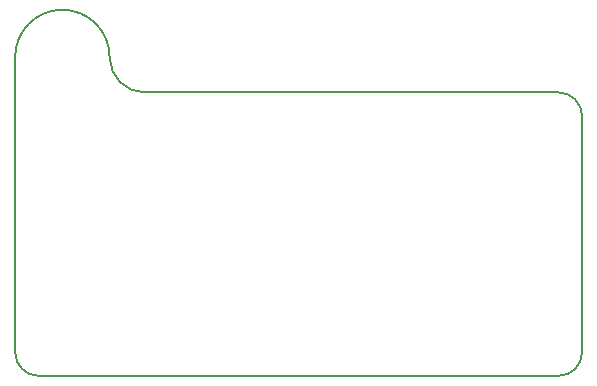
<source format=gko>
G04 #@! TF.FileFunction,Profile,NP*
%FSLAX46Y46*%
G04 Gerber Fmt 4.6, Leading zero omitted, Abs format (unit mm)*
G04 Created by KiCad (PCBNEW 4.0.7) date 08/24/19 09:27:58*
%MOMM*%
%LPD*%
G01*
G04 APERTURE LIST*
%ADD10C,0.100000*%
%ADD11C,0.150000*%
G04 APERTURE END LIST*
D10*
D11*
X171000000Y-105000000D02*
X171000000Y-85000000D01*
X123000000Y-105000000D02*
X123000000Y-80000000D01*
X125000000Y-107000000D02*
X169000000Y-107000000D01*
X134000000Y-83000000D02*
X169000000Y-83000000D01*
X171000000Y-85000000D02*
G75*
G03X169000000Y-83000000I-2000000J0D01*
G01*
X131000000Y-80000000D02*
G75*
G03X134000000Y-83000000I3000000J0D01*
G01*
X131000000Y-80000000D02*
G75*
G03X127000000Y-76000000I-4000000J0D01*
G01*
X127000000Y-76000000D02*
G75*
G03X123000000Y-80000000I0J-4000000D01*
G01*
X123000000Y-105000000D02*
G75*
G03X125000000Y-107000000I2000000J0D01*
G01*
X169000000Y-107000000D02*
G75*
G03X171000000Y-105000000I0J2000000D01*
G01*
M02*

</source>
